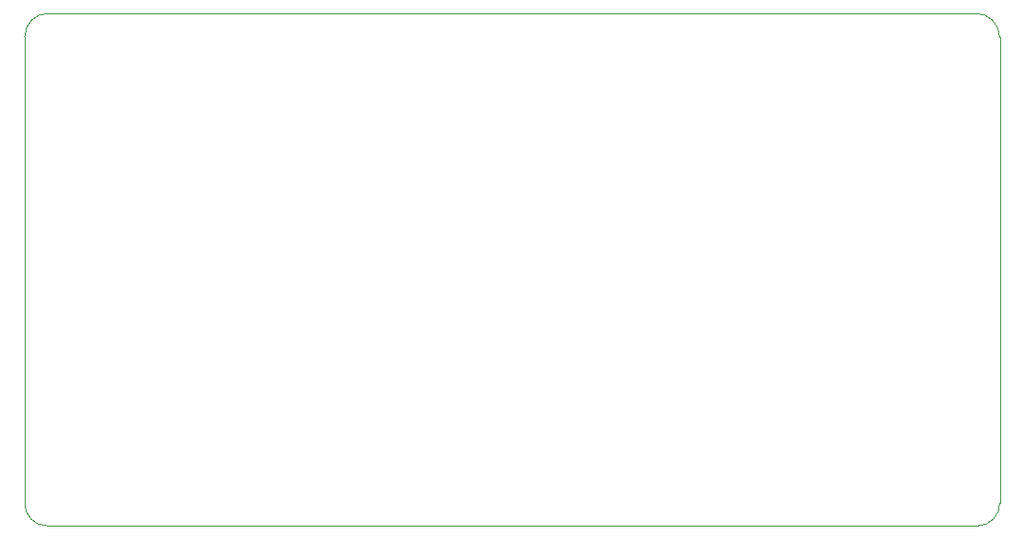
<source format=gbr>
%TF.GenerationSoftware,KiCad,Pcbnew,(5.1.6)-1*%
%TF.CreationDate,2020-10-14T00:51:24+03:00*%
%TF.ProjectId,aplx6.rev2.blank,61706c78-362e-4726-9576-322e626c616e,rev?*%
%TF.SameCoordinates,Original*%
%TF.FileFunction,Profile,NP*%
%FSLAX46Y46*%
G04 Gerber Fmt 4.6, Leading zero omitted, Abs format (unit mm)*
G04 Created by KiCad (PCBNEW (5.1.6)-1) date 2020-10-14 00:51:24*
%MOMM*%
%LPD*%
G01*
G04 APERTURE LIST*
%TA.AperFunction,Profile*%
%ADD10C,0.050000*%
%TD*%
G04 APERTURE END LIST*
D10*
X191599968Y-102998721D02*
G75*
G02*
X189650000Y-105050000I-1999967J-51280D01*
G01*
X189450000Y-59400000D02*
G75*
G02*
X191600000Y-61550000I0J-2150000D01*
G01*
X106850000Y-105050000D02*
G75*
G02*
X104850000Y-103050000I0J2000000D01*
G01*
X104850000Y-61500000D02*
G75*
G02*
X106950000Y-59400000I2100000J0D01*
G01*
X191599968Y-102998721D02*
X191600000Y-61550000D01*
X106850000Y-105050000D02*
X189650000Y-105050000D01*
X104850000Y-61500000D02*
X104850000Y-103050000D01*
X106950000Y-59400000D02*
X189450000Y-59400000D01*
M02*

</source>
